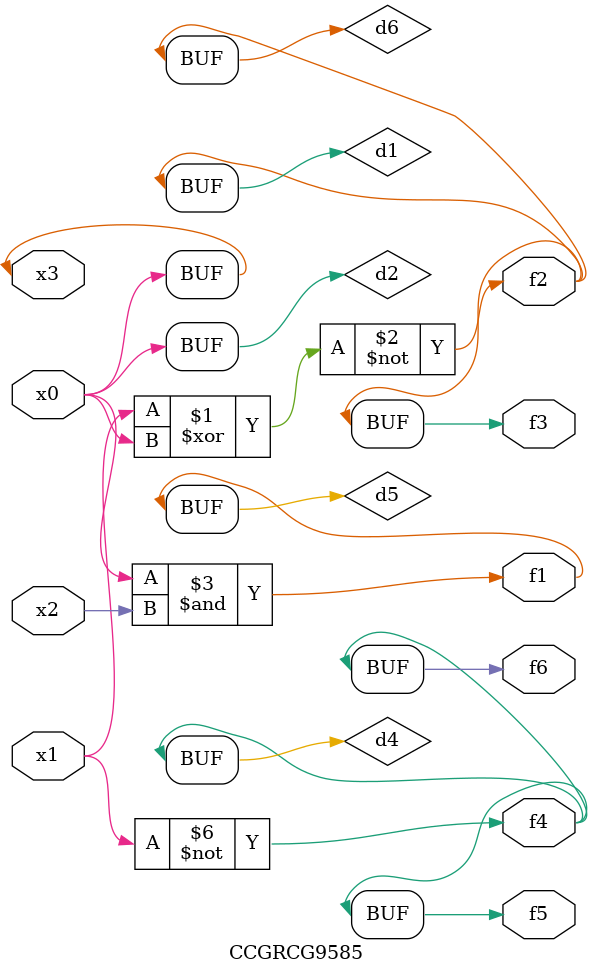
<source format=v>
module CCGRCG9585(
	input x0, x1, x2, x3,
	output f1, f2, f3, f4, f5, f6
);

	wire d1, d2, d3, d4, d5, d6;

	xnor (d1, x1, x3);
	buf (d2, x0, x3);
	nand (d3, x0, x2);
	not (d4, x1);
	nand (d5, d3);
	or (d6, d1);
	assign f1 = d5;
	assign f2 = d6;
	assign f3 = d6;
	assign f4 = d4;
	assign f5 = d4;
	assign f6 = d4;
endmodule

</source>
